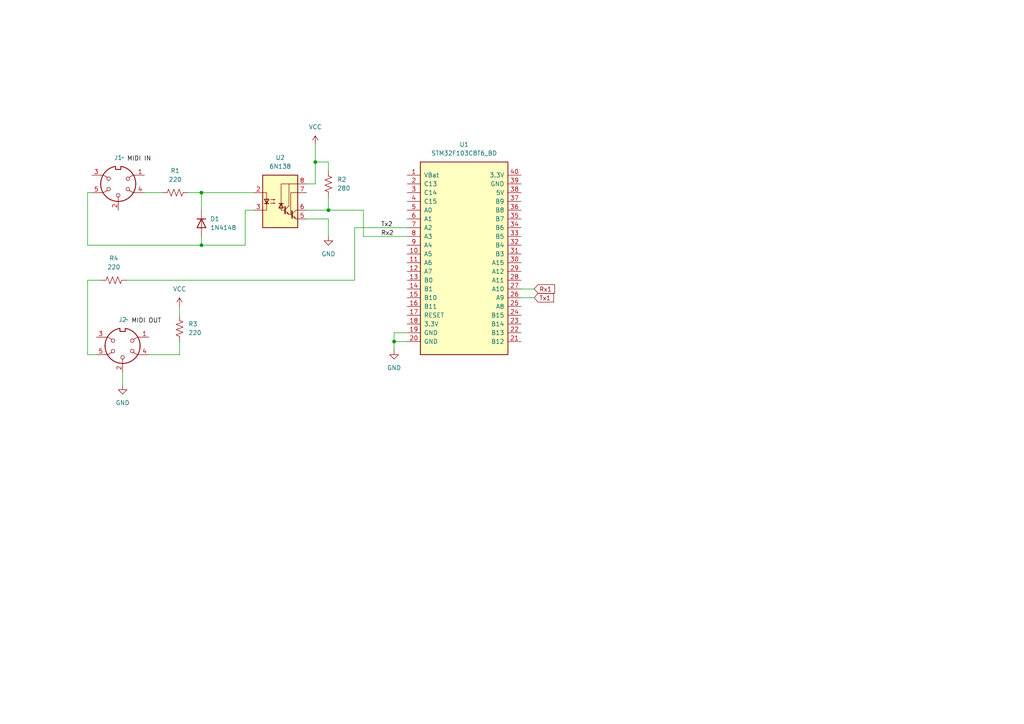
<source format=kicad_sch>
(kicad_sch (version 20230121) (generator eeschema)
  (paper "A4")
  (lib_symbols
    (symbol "Device:R_US" (pin_numbers hide) (pin_names (offset 0))
      (property "Reference" "R" (at 2.54 0 90))
      (property "Value" "R_US" (at -2.54 0 90))
      (symbol "R_US_0_1"
        (polyline (pts (xy 0 -2.286) (xy 0 -2.54)))
        (polyline (pts (xy 0 2.286) (xy 0 2.54)))
        (polyline (pts (xy 0 -0.762) (xy 1.016 -1.143) (xy 0 -1.524) (xy -1.016 -1.905) (xy 0 -2.286)))
        (polyline (pts (xy 0 0.762) (xy 1.016 0.381) (xy 0 0) (xy -1.016 -0.381) (xy 0 -0.762)))
        (polyline (pts (xy 0 2.286) (xy 1.016 1.905) (xy 0 1.524) (xy -1.016 1.143) (xy 0 0.762)))
      )
      (symbol "R_US_1_1"
        (pin passive line (at 0 3.81 270) (length 1.27) (name "~") (number "1"))
        (pin passive line (at 0 -3.81 90) (length 1.27) (name "~") (number "2"))
      )
    )
    (symbol "Diode:1N4148" (pin_numbers hide) (pin_names hide)
      (property "Reference" "D" (at 0 2.54 0))
      (property "Value" "1N4148" (at 0 -2.54 0))
      (symbol "1N4148_0_1"
        (polyline (pts (xy -1.27 1.27) (xy -1.27 -1.27)) (stroke (width 0.254)))
        (polyline (pts (xy 1.27 0) (xy -1.27 0)))
        (polyline (pts (xy 1.27 1.27) (xy 1.27 -1.27) (xy -1.27 0) (xy 1.27 1.27)) (stroke (width 0.254)))
      )
      (symbol "1N4148_1_1"
        (pin passive line (at -3.81 0 0) (length 2.54) (name "K") (number "1"))
        (pin passive line (at 3.81 0 180) (length 2.54) (name "A") (number "2"))
      )
    )
    (symbol "Isolator:6N138" (pin_names (offset 1.016) hide)
      (property "Reference" "U" (at -4.064 8.89 0))
      (property "Value" "6N138" (at 2.286 8.89 0))
      (symbol "6N138_0_1"
        (rectangle (start -5.08 7.62) (end 5.08 -7.62) (stroke (width 0.254)) (fill (type background)))
        (polyline (pts (xy -4.572 -0.635) (xy -3.302 -0.635)) (stroke (width 0.254)))
        (polyline (pts (xy 0.889 -0.635) (xy -0.381 -0.635)) (stroke (width 0.254)))
        (polyline (pts (xy 1.397 -2.667) (xy 2.54 -3.81)))
        (polyline (pts (xy 1.397 -2.413) (xy 2.54 -1.27)))
        (polyline (pts (xy 2.54 -3.81) (xy 3.175 -3.81)))
        (polyline (pts (xy 3.429 -3.937) (xy 4.572 -5.08)))
        (polyline (pts (xy 3.429 -3.683) (xy 4.572 -2.54)))
        (polyline (pts (xy 4.572 -5.08) (xy 5.08 -5.08)))
        (polyline (pts (xy 4.572 -2.54) (xy 5.08 -2.54)))
        (polyline (pts (xy 1.397 -1.524) (xy 1.397 -3.556) (xy 1.397 -3.556)) (stroke (width 0.3556)))
        (polyline (pts (xy 2.54 -1.27) (xy 2.54 5.08) (xy 5.08 5.08)))
        (polyline (pts (xy 3.429 -2.794) (xy 3.429 -4.826) (xy 3.429 -4.826)) (stroke (width 0.3556)))
        (polyline (pts (xy 5.08 2.54) (xy 3.048 2.54) (xy 3.048 -3.81)))
        (polyline (pts (xy -5.08 -2.54) (xy -3.937 -2.54) (xy -3.937 2.54) (xy -5.08 2.54)))
        (polyline (pts (xy -3.937 -0.635) (xy -4.572 0.635) (xy -3.302 0.635) (xy -3.937 -0.635)) (stroke (width 0.254)))
        (polyline (pts (xy 0.254 -0.635) (xy 0.889 -1.905) (xy -0.381 -1.905) (xy 0.254 -0.635)) (stroke (width 0.254)))
        (polyline (pts (xy 1.27 -2.54) (xy 0.254 -2.54) (xy 0.254 5.08) (xy 2.54 5.08)))
        (polyline (pts (xy 2.413 -3.683) (xy 2.159 -3.175) (xy 1.905 -3.429) (xy 2.413 -3.683)))
        (polyline (pts (xy 4.445 -4.953) (xy 4.191 -4.445) (xy 3.937 -4.699) (xy 4.445 -4.953)))
        (polyline (pts (xy -2.794 -0.508) (xy -1.524 -0.508) (xy -1.905 -0.635) (xy -1.905 -0.381) (xy -1.524 -0.508)))
        (polyline (pts (xy -2.794 0.508) (xy -1.524 0.508) (xy -1.905 0.381) (xy -1.905 0.635) (xy -1.524 0.508)))
      )
      (symbol "6N138_1_1"
        (pin no_connect line (at -5.08 5.08 0) (length 2.54) hide (name "NC") (number "1"))
        (pin passive line (at -7.62 2.54 0) (length 2.54) (name "C1") (number "2"))
        (pin passive line (at -7.62 -2.54 0) (length 2.54) (name "C2") (number "3"))
        (pin no_connect line (at -5.08 -5.08 0) (length 2.54) hide (name "NC") (number "4"))
        (pin passive line (at 7.62 -5.08 180) (length 2.54) (name "GND") (number "5"))
        (pin passive line (at 7.62 -2.54 180) (length 2.54) (name "VO2") (number "6"))
        (pin passive line (at 7.62 2.54 180) (length 2.54) (name "VO1") (number "7"))
        (pin passive line (at 7.62 5.08 180) (length 2.54) (name "VCC") (number "8"))
      )
    )
    (symbol "RetroElec:MIDI-IN" (pin_names (offset 1.016))
      (property "Reference" "J" (at 3.175 5.715 0))
      (symbol "MIDI-IN_0_1"
        (arc (start -5.08 0) (mid -3.8609 -3.3364) (end -0.762 -5.08) (stroke (width 0.254)))
        (circle (center -2.794 -1.524) (radius 0.508))
        (circle (center -2.794 1.524) (radius 0.508))
        (polyline (pts (xy 0 5.08) (xy 0 3.81)))
        (polyline (pts (xy -5.08 -2.54) (xy -4.318 -2.54) (xy -3.175 -1.905)))
        (polyline (pts (xy -5.08 2.54) (xy -4.318 2.54) (xy -3.175 1.905)))
        (polyline (pts (xy 5.08 -2.54) (xy 4.318 -2.54) (xy 3.175 -1.905)))
        (polyline (pts (xy 5.08 2.54) (xy 4.318 2.54) (xy 3.175 1.905)))
        (polyline (pts (xy -0.762 -4.953) (xy -0.762 -4.191) (xy 0.762 -4.191) (xy 0.762 -4.953)) (stroke (width 0.254)))
        (circle (center 0 3.302) (radius 0.508))
        (arc (start 0.762 -5.08) (mid 3.8685 -3.343) (end 5.08 0) (stroke (width 0.254)))
        (circle (center 2.794 -1.524) (radius 0.508))
        (circle (center 2.794 1.524) (radius 0.508))
        (arc (start 5.08 0) (mid 0 5.0579) (end -5.08 0) (stroke (width 0.254)))
      )
      (symbol "MIDI-IN_1_1"
        (pin unspecified line (at 7.62 -2.54 180) (length 2.54) (name "") (number "1"))
        (pin unspecified line (at 0 7.62 270) (length 2.54) (name "") (number "2"))
        (pin unspecified line (at -7.62 -2.54 0) (length 2.54) (name "") (number "3"))
        (pin input line (at 7.62 2.54 180) (length 2.54) (name "~") (number "4"))
        (pin output line (at -7.62 2.54 0) (length 2.54) (name "") (number "5"))
      )
    )
    (symbol "RetroElec:MIDI-OUT" (pin_names (offset 1.016))
      (property "Reference" "J" (at 3.175 5.715 0))
      (symbol "MIDI-OUT_0_1"
        (arc (start -5.08 0) (mid -3.8609 -3.3364) (end -0.762 -5.08) (stroke (width 0.254)))
        (circle (center -2.794 -1.524) (radius 0.508))
        (circle (center -2.794 1.524) (radius 0.508))
        (polyline (pts (xy 0 5.08) (xy 0 3.81)))
        (polyline (pts (xy -5.08 -2.54) (xy -4.318 -2.54) (xy -3.175 -1.905)))
        (polyline (pts (xy -5.08 2.54) (xy -4.318 2.54) (xy -3.175 1.905)))
        (polyline (pts (xy 5.08 -2.54) (xy 4.318 -2.54) (xy 3.175 -1.905)))
        (polyline (pts (xy 5.08 2.54) (xy 4.318 2.54) (xy 3.175 1.905)))
        (polyline (pts (xy -0.762 -4.953) (xy -0.762 -4.191) (xy 0.762 -4.191) (xy 0.762 -4.953)) (stroke (width 0.254)))
        (circle (center 0 3.302) (radius 0.508))
        (arc (start 0.762 -5.08) (mid 3.8685 -3.343) (end 5.08 0) (stroke (width 0.254)))
        (circle (center 2.794 -1.524) (radius 0.508))
        (circle (center 2.794 1.524) (radius 0.508))
        (arc (start 5.08 0) (mid 0 5.0579) (end -5.08 0) (stroke (width 0.254)))
      )
      (symbol "MIDI-OUT_1_1"
        (pin unspecified line (at 7.62 -2.54 180) (length 2.54) (name "") (number "1"))
        (pin unspecified line (at 0 7.62 270) (length 2.54) (name "") (number "2"))
        (pin unspecified line (at -7.62 -2.54 0) (length 2.54) (name "") (number "3"))
        (pin input line (at 7.62 2.54 180) (length 2.54) (name "~") (number "4"))
        (pin output line (at -7.62 2.54 0) (length 2.54) (name "") (number "5"))
      )
    )
    (symbol "RetroElec:STM32F103C8T6_BD" (pin_names (offset 1.016))
      (property "Reference" "U" (at -13.97 29.21 0))
      (property "Value" "STM32F103C8T6_BD" (at -5.08 29.21 0))
      (symbol "STM32F103C8T6_BD_0_1"
        (rectangle (start -12.7 27.94) (end 12.7 -27.94) (stroke (width 0.254)) (fill (type background)))
      )
      (symbol "STM32F103C8T6_BD_1_1"
        (pin power_in line (at -16.51 24.13 0) (length 3.81) (name "VBat") (number "1"))
        (pin bidirectional line (at -16.51 1.27 0) (length 3.81) (name "A5") (number "10"))
        (pin bidirectional line (at -16.51 -1.27 0) (length 3.81) (name "A6") (number "11"))
        (pin bidirectional line (at -16.51 -3.81 0) (length 3.81) (name "A7") (number "12"))
        (pin bidirectional line (at -16.51 -6.35 0) (length 3.81) (name "B0") (number "13"))
        (pin bidirectional line (at -16.51 -8.89 0) (length 3.81) (name "B1") (number "14"))
        (pin bidirectional line (at -16.51 -11.43 0) (length 3.81) (name "B10") (number "15"))
        (pin bidirectional line (at -16.51 -13.97 0) (length 3.81) (name "B11") (number "16"))
        (pin input line (at -16.51 -16.51 0) (length 3.81) (name "RESET") (number "17"))
        (pin power_in line (at -16.51 -19.05 0) (length 3.81) (name "3.3V") (number "18"))
        (pin power_in line (at -16.51 -21.59 0) (length 3.81) (name "GND") (number "19"))
        (pin bidirectional line (at -16.51 21.59 0) (length 3.81) (name "C13") (number "2"))
        (pin power_in line (at -16.51 -24.13 0) (length 3.81) (name "GND") (number "20"))
        (pin bidirectional line (at 16.51 -24.13 180) (length 3.81) (name "B12") (number "21"))
        (pin bidirectional line (at 16.51 -21.59 180) (length 3.81) (name "B13") (number "22"))
        (pin bidirectional line (at 16.51 -19.05 180) (length 3.81) (name "B14") (number "23"))
        (pin bidirectional line (at 16.51 -16.51 180) (length 3.81) (name "B15") (number "24"))
        (pin bidirectional line (at 16.51 -13.97 180) (length 3.81) (name "A8") (number "25"))
        (pin bidirectional line (at 16.51 -11.43 180) (length 3.81) (name "A9") (number "26"))
        (pin bidirectional line (at 16.51 -8.89 180) (length 3.81) (name "A10") (number "27"))
        (pin bidirectional line (at 16.51 -6.35 180) (length 3.81) (name "A11") (number "28"))
        (pin bidirectional line (at 16.51 -3.81 180) (length 3.81) (name "A12") (number "29"))
        (pin bidirectional line (at -16.51 19.05 0) (length 3.81) (name "C14") (number "3"))
        (pin bidirectional line (at 16.51 -1.27 180) (length 3.81) (name "A15") (number "30"))
        (pin bidirectional line (at 16.51 1.27 180) (length 3.81) (name "B3") (number "31"))
        (pin bidirectional line (at 16.51 3.81 180) (length 3.81) (name "B4") (number "32"))
        (pin bidirectional line (at 16.51 6.35 180) (length 3.81) (name "B5") (number "33"))
        (pin bidirectional line (at 16.51 8.89 180) (length 3.81) (name "B6") (number "34"))
        (pin bidirectional line (at 16.51 11.43 180) (length 3.81) (name "B7") (number "35"))
        (pin bidirectional line (at 16.51 13.97 180) (length 3.81) (name "B8") (number "36"))
        (pin bidirectional line (at 16.51 16.51 180) (length 3.81) (name "B9") (number "37"))
        (pin power_in line (at 16.51 19.05 180) (length 3.81) (name "5V") (number "38"))
        (pin power_in line (at 16.51 21.59 180) (length 3.81) (name "GND") (number "39"))
        (pin bidirectional line (at -16.51 16.51 0) (length 3.81) (name "C15") (number "4"))
        (pin power_in line (at 16.51 24.13 180) (length 3.81) (name "3.3V") (number "40"))
        (pin bidirectional line (at -16.51 13.97 0) (length 3.81) (name "A0") (number "5"))
        (pin bidirectional line (at -16.51 11.43 0) (length 3.81) (name "A1") (number "6"))
        (pin bidirectional line (at -16.51 8.89 0) (length 3.81) (name "A2") (number "7"))
        (pin bidirectional line (at -16.51 6.35 0) (length 3.81) (name "A3") (number "8"))
        (pin bidirectional line (at -16.51 3.81 0) (length 3.81) (name "A4") (number "9"))
      )
    )
    (symbol "power:GND" (power) (pin_names (offset 0))
      (property "Value" "GND" (at 0 -3.81 0))
      (symbol "GND_0_1"
        (polyline (pts (xy 0 0) (xy 0 -1.27) (xy 1.27 -1.27) (xy 0 -2.54) (xy -1.27 -1.27) (xy 0 -1.27)))
      )
      (symbol "GND_1_1"
        (pin power_in line (at 0 0 270) (length 0) hide (name "GND") (number "1"))
      )
    )
    (symbol "power:VCC" (power) (pin_names (offset 0))
      (property "Value" "VCC" (at 0 3.81 0))
      (symbol "VCC_0_1"
        (polyline (pts (xy -0.762 1.27) (xy 0 2.54)))
        (polyline (pts (xy 0 0) (xy 0 2.54)))
        (polyline (pts (xy 0 2.54) (xy 0.762 1.27)))
      )
      (symbol "VCC_1_1"
        (pin power_in line (at 0 0 90) (length 0) hide (name "VCC") (number "1"))
      )
    )
  )
  (junction (at 91.44 46.99))
  (junction (at 95.25 60.96))
  (junction (at 58.42 55.88))
  (junction (at 58.42 71.12))
  (junction (at 114.3 99.06))
  (wire (pts (xy 71.12 60.96) (xy 71.12 71.12)))
  (wire (pts (xy 41.91 55.88) (xy 46.99 55.88)))
  (wire (pts (xy 95.25 60.96) (xy 95.25 57.15)))
  (wire (pts (xy 58.42 68.58) (xy 58.42 71.12)))
  (wire (pts (xy 95.25 63.5) (xy 95.25 68.58)))
  (wire (pts (xy 54.61 55.88) (xy 58.42 55.88)))
  (wire (pts (xy 25.4 55.88) (xy 25.4 71.12)))
  (wire (pts (xy 114.3 96.52) (xy 114.3 99.06)))
  (wire (pts (xy 88.9 60.96) (xy 95.25 60.96)))
  (wire (pts (xy 151.13 86.36) (xy 154.94 86.36)))
  (wire (pts (xy 29.21 81.28) (xy 25.4 81.28)))
  (wire (pts (xy 88.9 53.34) (xy 91.44 53.34)))
  (wire (pts (xy 91.44 41.91) (xy 91.44 46.99)))
  (wire (pts (xy 25.4 102.87) (xy 27.94 102.87)))
  (wire (pts (xy 118.11 96.52) (xy 114.3 96.52)))
  (wire (pts (xy 102.87 81.28) (xy 102.87 66.04)))
  (wire (pts (xy 91.44 53.34) (xy 91.44 46.99)))
  (wire (pts (xy 151.13 83.82) (xy 154.94 83.82)))
  (wire (pts (xy 36.83 81.28) (xy 102.87 81.28)))
  (wire (pts (xy 43.18 102.87) (xy 52.07 102.87)))
  (wire (pts (xy 91.44 46.99) (xy 95.25 46.99)))
  (wire (pts (xy 102.87 66.04) (xy 118.11 66.04)))
  (wire (pts (xy 58.42 71.12) (xy 71.12 71.12)))
  (wire (pts (xy 35.56 107.95) (xy 35.56 111.76)))
  (wire (pts (xy 52.07 99.06) (xy 52.07 102.87)))
  (wire (pts (xy 105.41 68.58) (xy 118.11 68.58)))
  (wire (pts (xy 26.67 55.88) (xy 25.4 55.88)))
  (wire (pts (xy 73.66 60.96) (xy 71.12 60.96)))
  (wire (pts (xy 105.41 68.58) (xy 105.41 60.96)))
  (wire (pts (xy 88.9 63.5) (xy 95.25 63.5)))
  (wire (pts (xy 58.42 55.88) (xy 73.66 55.88)))
  (wire (pts (xy 25.4 71.12) (xy 58.42 71.12)))
  (wire (pts (xy 58.42 55.88) (xy 58.42 60.96)))
  (wire (pts (xy 52.07 88.9) (xy 52.07 91.44)))
  (wire (pts (xy 118.11 99.06) (xy 114.3 99.06)))
  (wire (pts (xy 25.4 81.28) (xy 25.4 102.87)))
  (wire (pts (xy 95.25 60.96) (xy 105.41 60.96)))
  (wire (pts (xy 114.3 99.06) (xy 114.3 101.6)))
  (wire (pts (xy 95.25 46.99) (xy 95.25 49.53)))
  (label "MIDI IN" (at 36.83 46.99 0))
  (label "Tx2" (at 110.49 66.04 0))
  (label "MIDI OUT" (at 38.1 93.98 0))
  (label "Rx2" (at 110.49 68.58 0))
  (global_label "Tx1" (shape input) (at 154.94 86.36 0) (property "Intersheetrefs" "${INTERSHEET_REFS}" (effects hide)))
  (global_label "Rx1" (shape input) (at 154.94 83.82 0) (property "Intersheetrefs" "${INTERSHEET_REFS}" (effects hide)))
  (symbol (lib_id "power:VCC") (at 91.44 41.91 0) (unit 1)
    (property "Reference" "#PWR02" (effects hide))
    (property "Value" "VCC" (at 91.44 36.83 0))
  )
  (symbol (lib_id "Device:R_US") (at 95.25 53.34 180) (unit 1)
    (property "Reference" "R2" (at 97.79 52.07 0) (effects (justify right)))
    (property "Value" "280" (at 97.79 54.61 0) (effects (justify right)))
  )
  (symbol (lib_id "Device:R_US") (at 50.8 55.88 270) (unit 1)
    (property "Reference" "R1" (at 50.8 49.53 90))
    (property "Value" "220" (at 50.8 52.07 90))
  )
  (symbol (lib_id "power:GND") (at 35.56 111.76 0) (unit 1)
    (property "Reference" "#PWR03" (effects hide))
    (property "Value" "GND" (at 35.56 116.84 0))
  )
  (symbol (lib_id "power:GND") (at 114.3 101.6 0) (unit 1)
    (property "Reference" "#PWR05" (effects hide))
    (property "Value" "GND" (at 114.3 106.68 0))
  )
  (symbol (lib_id "Isolator:6N138") (at 81.28 58.42 0) (unit 1)
    (property "Reference" "U2" (at 81.28 45.72 0))
    (property "Value" "6N138" (at 81.28 48.26 0))
    (property "Datasheet" "http://www.onsemi.com/pub/Collateral/HCPL2731-D.pdf" (effects hide))
  )
  (symbol (lib_id "Diode:1N4148") (at 58.42 64.77 270) (unit 1)
    (property "Reference" "D1" (at 60.96 63.5 90) (effects (justify left)))
    (property "Value" "1N4148" (at 60.96 66.04 90) (effects (justify left)))
    (property "Footprint" "Diode_THT:D_DO-35_SOD27_P7.62mm_Horizontal" (effects hide))
    (property "Datasheet" "https://assets.nexperia.com/documents/data-sheet/1N4148_1N4448.pdf" (effects hide))
    (property "Sim.Device" "D" (effects hide))
    (property "Sim.Pins" "1=K 2=A" (effects hide))
  )
  (symbol (lib_id "RetroElec:MIDI-IN") (at 34.29 53.34 0) (mirror x) (unit 1)
    (property "Reference" "J1" (at 34.2901 45.72 0))
    (property "Value" "~" (at 35.56 45.72 0))
  )
  (symbol (lib_id "RetroElec:STM32F103C8T6_BD") (at 134.62 74.93 0) (unit 1)
    (property "Reference" "U1" (at 134.62 41.91 0))
    (property "Value" "STM32F103C8T6_BD" (at 134.62 44.45 0))
  )
  (symbol (lib_id "Device:R_US") (at 33.02 81.28 270) (unit 1)
    (property "Reference" "R4" (at 33.02 74.93 90))
    (property "Value" "220" (at 33.02 77.47 90))
  )
  (symbol (lib_id "Device:R_US") (at 52.07 95.25 180) (unit 1)
    (property "Reference" "R3" (at 54.61 93.98 0) (effects (justify right)))
    (property "Value" "220" (at 54.61 96.52 0) (effects (justify right)))
  )
  (symbol (lib_id "power:VCC") (at 52.07 88.9 0) (unit 1)
    (property "Reference" "#PWR04" (effects hide))
    (property "Value" "VCC" (at 52.07 83.82 0))
  )
  (symbol (lib_id "RetroElec:MIDI-OUT") (at 35.56 100.33 0) (mirror x) (unit 1)
    (property "Reference" "J2" (at 35.5601 92.71 0))
    (property "Value" "~" (at 36.83 92.71 0))
  )
  (symbol (lib_id "power:GND") (at 95.25 68.58 0) (unit 1)
    (property "Reference" "#PWR01" (effects hide))
    (property "Value" "GND" (at 95.25 73.66 0))
  )
)
</source>
